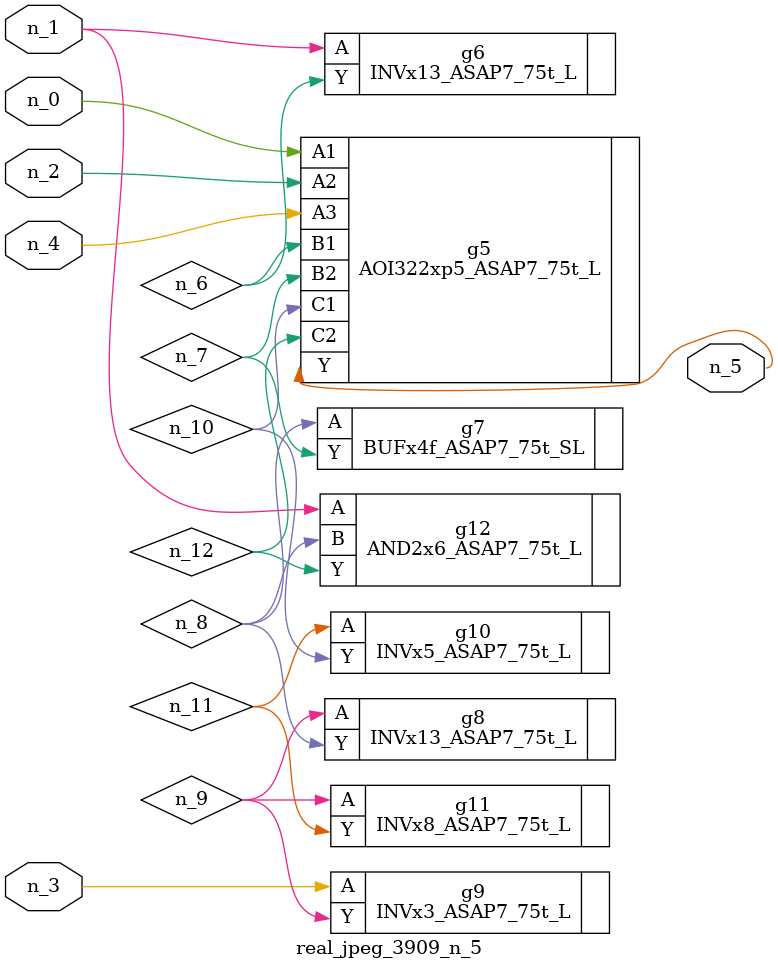
<source format=v>
module real_jpeg_3909_n_5 (n_4, n_0, n_1, n_2, n_3, n_5);

input n_4;
input n_0;
input n_1;
input n_2;
input n_3;

output n_5;

wire n_12;
wire n_8;
wire n_11;
wire n_6;
wire n_7;
wire n_10;
wire n_9;

AOI322xp5_ASAP7_75t_L g5 ( 
.A1(n_0),
.A2(n_2),
.A3(n_4),
.B1(n_6),
.B2(n_7),
.C1(n_10),
.C2(n_12),
.Y(n_5)
);

INVx13_ASAP7_75t_L g6 ( 
.A(n_1),
.Y(n_6)
);

AND2x6_ASAP7_75t_L g12 ( 
.A(n_1),
.B(n_8),
.Y(n_12)
);

INVx3_ASAP7_75t_L g9 ( 
.A(n_3),
.Y(n_9)
);

BUFx4f_ASAP7_75t_SL g7 ( 
.A(n_8),
.Y(n_7)
);

INVx13_ASAP7_75t_L g8 ( 
.A(n_9),
.Y(n_8)
);

INVx8_ASAP7_75t_L g11 ( 
.A(n_9),
.Y(n_11)
);

INVx5_ASAP7_75t_L g10 ( 
.A(n_11),
.Y(n_10)
);


endmodule
</source>
